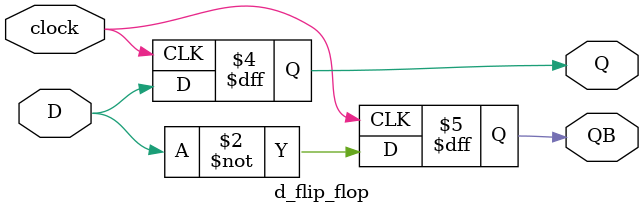
<source format=v>
module d_flip_flop( D , clock , Q , QB );
input D, clock;
output Q, QB;
reg Q, QB;
initial

begin
	Q=1'b0;
	QB=1'b1;
end

always @ (posedge clock)
	begin
		Q=D;
		QB=~Q;
	end

endmodule
</source>
